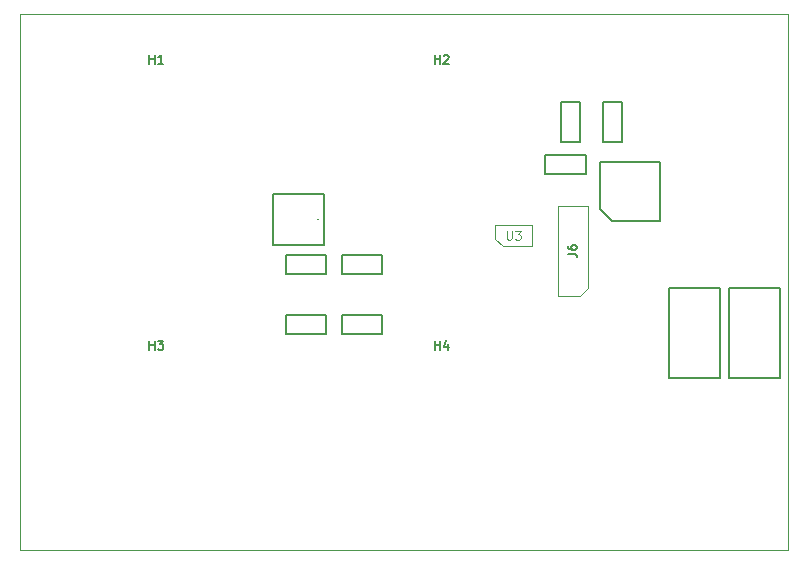
<source format=gbr>
G04 #@! TF.GenerationSoftware,KiCad,Pcbnew,(5.1.8)-1*
G04 #@! TF.CreationDate,2021-01-26T22:47:04-05:00*
G04 #@! TF.ProjectId,kimchi_ulid,6b696d63-6869-45f7-956c-69642e6b6963,v0.1*
G04 #@! TF.SameCoordinates,Original*
G04 #@! TF.FileFunction,Other,Fab,Top*
%FSLAX46Y46*%
G04 Gerber Fmt 4.6, Leading zero omitted, Abs format (unit mm)*
G04 Created by KiCad (PCBNEW (5.1.8)-1) date 2021-01-26 22:47:04*
%MOMM*%
%LPD*%
G01*
G04 APERTURE LIST*
G04 #@! TA.AperFunction,Profile*
%ADD10C,0.100000*%
G04 #@! TD*
%ADD11C,0.100000*%
%ADD12C,0.152400*%
%ADD13C,0.150000*%
%ADD14C,0.075000*%
G04 APERTURE END LIST*
D10*
X172000000Y-80600000D02*
X107000000Y-80600000D01*
X107000000Y-126000000D02*
X172000000Y-126000000D01*
X107000000Y-80600000D02*
X107000000Y-126000000D01*
X172000000Y-126000000D02*
X172000000Y-80600000D01*
D11*
X155070000Y-103835000D02*
X154435000Y-104470000D01*
X155070000Y-96850000D02*
X155070000Y-103835000D01*
X152530000Y-96850000D02*
X155070000Y-96850000D01*
X152530000Y-104470000D02*
X152530000Y-96850000D01*
X154435000Y-104470000D02*
X152530000Y-104470000D01*
D12*
X134300003Y-107699998D02*
X137699997Y-107699998D01*
X137699997Y-107699998D02*
X137699997Y-106100002D01*
X137699997Y-106100002D02*
X134300003Y-106100002D01*
X134300003Y-106100002D02*
X134300003Y-107699998D01*
X132899997Y-101000002D02*
X129500003Y-101000002D01*
X129500003Y-101000002D02*
X129500003Y-102599998D01*
X129500003Y-102599998D02*
X132899997Y-102599998D01*
X132899997Y-102599998D02*
X132899997Y-101000002D01*
X132899997Y-106100002D02*
X129500003Y-106100002D01*
X129500003Y-106100002D02*
X129500003Y-107699998D01*
X129500003Y-107699998D02*
X132899997Y-107699998D01*
X132899997Y-107699998D02*
X132899997Y-106100002D01*
X134300003Y-102599998D02*
X137699997Y-102599998D01*
X137699997Y-102599998D02*
X137699997Y-101000002D01*
X137699997Y-101000002D02*
X134300003Y-101000002D01*
X134300003Y-101000002D02*
X134300003Y-102599998D01*
X167050004Y-103800008D02*
X167050004Y-111399992D01*
X167050004Y-111399992D02*
X171349996Y-111399992D01*
X171349996Y-111399992D02*
X171349996Y-103800008D01*
X171349996Y-103800008D02*
X167050004Y-103800008D01*
X161990004Y-103800008D02*
X161990004Y-111399992D01*
X161990004Y-111399992D02*
X166289996Y-111399992D01*
X166289996Y-111399992D02*
X166289996Y-103800008D01*
X166289996Y-103800008D02*
X161990004Y-103800008D01*
X157999998Y-91499997D02*
X157999998Y-88100003D01*
X157999998Y-88100003D02*
X156400002Y-88100003D01*
X156400002Y-88100003D02*
X156400002Y-91499997D01*
X156400002Y-91499997D02*
X157999998Y-91499997D01*
X154399998Y-91499997D02*
X154399998Y-88100003D01*
X154399998Y-88100003D02*
X152800002Y-88100003D01*
X152800002Y-88100003D02*
X152800002Y-91499997D01*
X152800002Y-91499997D02*
X154399998Y-91499997D01*
X154899997Y-92600002D02*
X151500003Y-92600002D01*
X151500003Y-92600002D02*
X151500003Y-94199998D01*
X151500003Y-94199998D02*
X154899997Y-94199998D01*
X154899997Y-94199998D02*
X154899997Y-92600002D01*
X132238300Y-98000000D02*
G75*
G03*
X132238300Y-98000000I0J0D01*
G01*
X132746300Y-100146300D02*
X132746300Y-95853700D01*
X128453700Y-100146300D02*
X132746300Y-100146300D01*
X128453700Y-95853700D02*
X128453700Y-100146300D01*
X132746300Y-95853700D02*
X128453700Y-95853700D01*
D13*
X156160000Y-93140000D02*
X156160000Y-97140000D01*
X161160000Y-93140000D02*
X156160000Y-93140000D01*
X161160000Y-98140000D02*
X161160000Y-93140000D01*
X157160000Y-98140000D02*
X161160000Y-98140000D01*
X156160000Y-97140000D02*
X157160000Y-98140000D01*
D11*
X147900000Y-100300000D02*
X147250000Y-99650000D01*
X147250000Y-98500000D02*
X147250000Y-99650000D01*
X147900000Y-100300000D02*
X150350000Y-100300000D01*
X150350000Y-98500000D02*
X150350000Y-100300000D01*
X147250000Y-98500000D02*
X150350000Y-98500000D01*
D13*
X153389285Y-100910000D02*
X153925000Y-100910000D01*
X154032142Y-100945714D01*
X154103571Y-101017142D01*
X154139285Y-101124285D01*
X154139285Y-101195714D01*
X153389285Y-100231428D02*
X153389285Y-100374285D01*
X153425000Y-100445714D01*
X153460714Y-100481428D01*
X153567857Y-100552857D01*
X153710714Y-100588571D01*
X153996428Y-100588571D01*
X154067857Y-100552857D01*
X154103571Y-100517142D01*
X154139285Y-100445714D01*
X154139285Y-100302857D01*
X154103571Y-100231428D01*
X154067857Y-100195714D01*
X153996428Y-100160000D01*
X153817857Y-100160000D01*
X153746428Y-100195714D01*
X153710714Y-100231428D01*
X153675000Y-100302857D01*
X153675000Y-100445714D01*
X153710714Y-100517142D01*
X153746428Y-100552857D01*
X153817857Y-100588571D01*
D14*
X148228571Y-98989285D02*
X148228571Y-99596428D01*
X148264285Y-99667857D01*
X148300000Y-99703571D01*
X148371428Y-99739285D01*
X148514285Y-99739285D01*
X148585714Y-99703571D01*
X148621428Y-99667857D01*
X148657142Y-99596428D01*
X148657142Y-98989285D01*
X148942857Y-98989285D02*
X149407142Y-98989285D01*
X149157142Y-99275000D01*
X149264285Y-99275000D01*
X149335714Y-99310714D01*
X149371428Y-99346428D01*
X149407142Y-99417857D01*
X149407142Y-99596428D01*
X149371428Y-99667857D01*
X149335714Y-99703571D01*
X149264285Y-99739285D01*
X149050000Y-99739285D01*
X148978571Y-99703571D01*
X148942857Y-99667857D01*
D13*
X142128571Y-109039285D02*
X142128571Y-108289285D01*
X142128571Y-108646428D02*
X142557142Y-108646428D01*
X142557142Y-109039285D02*
X142557142Y-108289285D01*
X143235714Y-108539285D02*
X143235714Y-109039285D01*
X143057142Y-108253571D02*
X142878571Y-108789285D01*
X143342857Y-108789285D01*
X142128571Y-84839285D02*
X142128571Y-84089285D01*
X142128571Y-84446428D02*
X142557142Y-84446428D01*
X142557142Y-84839285D02*
X142557142Y-84089285D01*
X142878571Y-84160714D02*
X142914285Y-84125000D01*
X142985714Y-84089285D01*
X143164285Y-84089285D01*
X143235714Y-84125000D01*
X143271428Y-84160714D01*
X143307142Y-84232142D01*
X143307142Y-84303571D01*
X143271428Y-84410714D01*
X142842857Y-84839285D01*
X143307142Y-84839285D01*
X117978571Y-109039285D02*
X117978571Y-108289285D01*
X117978571Y-108646428D02*
X118407142Y-108646428D01*
X118407142Y-109039285D02*
X118407142Y-108289285D01*
X118692857Y-108289285D02*
X119157142Y-108289285D01*
X118907142Y-108575000D01*
X119014285Y-108575000D01*
X119085714Y-108610714D01*
X119121428Y-108646428D01*
X119157142Y-108717857D01*
X119157142Y-108896428D01*
X119121428Y-108967857D01*
X119085714Y-109003571D01*
X119014285Y-109039285D01*
X118800000Y-109039285D01*
X118728571Y-109003571D01*
X118692857Y-108967857D01*
X117978571Y-84839285D02*
X117978571Y-84089285D01*
X117978571Y-84446428D02*
X118407142Y-84446428D01*
X118407142Y-84839285D02*
X118407142Y-84089285D01*
X119157142Y-84839285D02*
X118728571Y-84839285D01*
X118942857Y-84839285D02*
X118942857Y-84089285D01*
X118871428Y-84196428D01*
X118800000Y-84267857D01*
X118728571Y-84303571D01*
M02*

</source>
